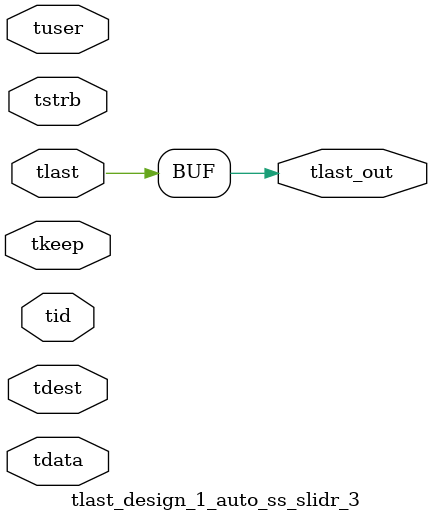
<source format=v>


`timescale 1ps/1ps

module tlast_design_1_auto_ss_slidr_3 #
(
parameter C_S_AXIS_TID_WIDTH   = 1,
parameter C_S_AXIS_TUSER_WIDTH = 0,
parameter C_S_AXIS_TDATA_WIDTH = 0,
parameter C_S_AXIS_TDEST_WIDTH = 0
)
(
input  [(C_S_AXIS_TID_WIDTH   == 0 ? 1 : C_S_AXIS_TID_WIDTH)-1:0       ] tid,
input  [(C_S_AXIS_TDATA_WIDTH == 0 ? 1 : C_S_AXIS_TDATA_WIDTH)-1:0     ] tdata,
input  [(C_S_AXIS_TUSER_WIDTH == 0 ? 1 : C_S_AXIS_TUSER_WIDTH)-1:0     ] tuser,
input  [(C_S_AXIS_TDEST_WIDTH == 0 ? 1 : C_S_AXIS_TDEST_WIDTH)-1:0     ] tdest,
input  [(C_S_AXIS_TDATA_WIDTH/8)-1:0 ] tkeep,
input  [(C_S_AXIS_TDATA_WIDTH/8)-1:0 ] tstrb,
input  [0:0]                                                             tlast,
output                                                                   tlast_out
);

assign tlast_out = {tlast};

endmodule


</source>
